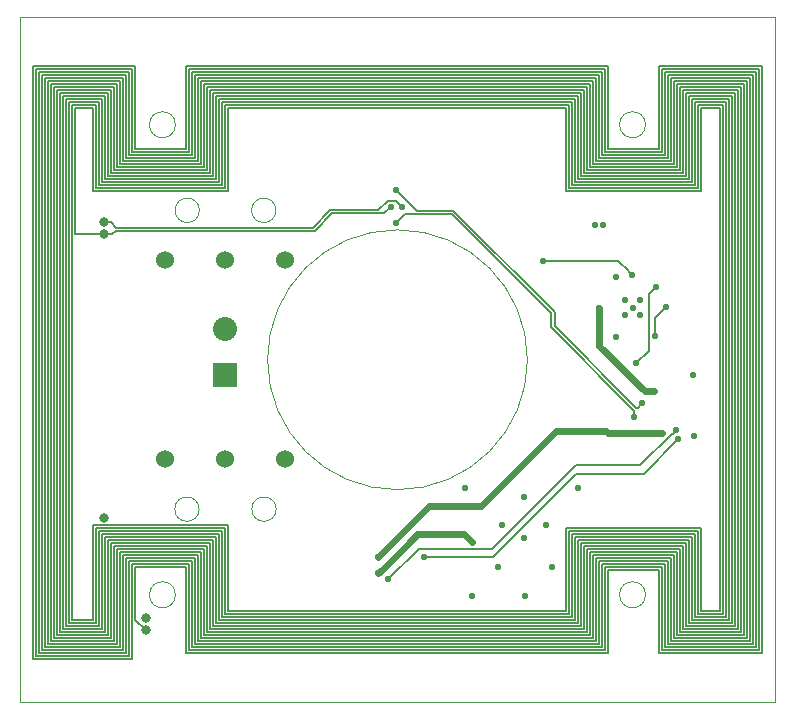
<source format=gbr>
%TF.GenerationSoftware,KiCad,Pcbnew,(5.1.4)-1*%
%TF.CreationDate,2019-10-25T20:54:23-07:00*%
%TF.ProjectId,solarpcd,736f6c61-7270-4636-942e-6b696361645f,rev?*%
%TF.SameCoordinates,Original*%
%TF.FileFunction,Copper,L5,Inr*%
%TF.FilePolarity,Positive*%
%FSLAX46Y46*%
G04 Gerber Fmt 4.6, Leading zero omitted, Abs format (unit mm)*
G04 Created by KiCad (PCBNEW (5.1.4)-1) date 2019-10-25 20:54:23*
%MOMM*%
%LPD*%
G04 APERTURE LIST*
%ADD10C,0.050000*%
%ADD11C,0.120000*%
%ADD12C,0.100000*%
%ADD13C,1.524000*%
%ADD14C,2.032000*%
%ADD15R,2.032000X2.032000*%
%ADD16C,0.584200*%
%ADD17C,0.800000*%
%ADD18C,0.609600*%
%ADD19C,0.152400*%
%ADD20C,0.127000*%
G04 APERTURE END LIST*
D10*
X156000000Y-99000000D02*
G75*
G03X156000000Y-99000000I-11000000J0D01*
G01*
X134727563Y-111650000D02*
G75*
G03X134727563Y-111650000I-1029563J0D01*
G01*
X128202563Y-111650000D02*
G75*
G03X128202563Y-111650000I-1029563J0D01*
G01*
X134704563Y-86350000D02*
G75*
G03X134704563Y-86350000I-1029563J0D01*
G01*
X128229563Y-86350000D02*
G75*
G03X128229563Y-86350000I-1029563J0D01*
G01*
X166000000Y-79100000D02*
G75*
G03X166000000Y-79100000I-1100000J0D01*
G01*
X126200000Y-79100000D02*
G75*
G03X126200000Y-79100000I-1100000J0D01*
G01*
X166000000Y-118900000D02*
G75*
G03X166000000Y-118900000I-1100000J0D01*
G01*
D11*
X126200000Y-118900000D02*
G75*
G03X126200000Y-118900000I-1100000J0D01*
G01*
D12*
X177000000Y-70000000D02*
X113000000Y-70000000D01*
X113000000Y-128000000D02*
X177000000Y-128000000D01*
X177000000Y-128000000D02*
X177000000Y-70000000D01*
X113000000Y-70000000D02*
X113000000Y-128000000D01*
D13*
X135509000Y-107442000D03*
X130429000Y-107442000D03*
X125349000Y-107442000D03*
X125349000Y-90551000D03*
X130429000Y-90551000D03*
X135509000Y-90551000D03*
D14*
X130429000Y-96398200D03*
D15*
X130429000Y-100253800D03*
D16*
X164934900Y-94604840D03*
X165541960Y-95211900D03*
X163512500Y-97091500D03*
X164272744Y-95204260D03*
X165517344Y-93934260D03*
X164272744Y-93934260D03*
X163507307Y-91983012D03*
X143383006Y-117094000D03*
X146018250Y-114458750D03*
X155796000Y-118966000D03*
X151296000Y-119038000D03*
X151296000Y-114466000D03*
X153543000Y-116586000D03*
X158115000Y-116586000D03*
X155702000Y-114109500D03*
X157543500Y-113030000D03*
X153860500Y-112966500D03*
X160274000Y-109855000D03*
X150749000Y-109855000D03*
X165227000Y-99314000D03*
X166878000Y-92837000D03*
X162623500Y-105029000D03*
X167376209Y-105218610D03*
X143383000Y-115697000D03*
X162088344Y-94594660D03*
X166751000Y-101663500D03*
X168592498Y-104965500D03*
X144208500Y-117601994D03*
X168783225Y-105728740D03*
X147256488Y-115697000D03*
X165735000Y-102679500D03*
X144907000Y-84645500D03*
X170116500Y-105473500D03*
X169989500Y-100266500D03*
X165036500Y-103886000D03*
X144907000Y-87439500D03*
D17*
X120142000Y-112395000D03*
X123698000Y-120904000D03*
X120142000Y-88392000D03*
X123698000Y-121920000D03*
X120142000Y-87376000D03*
D16*
X145415000Y-86042500D03*
X144462500Y-86042500D03*
X162369500Y-87566500D03*
X161734500Y-87566500D03*
X167767000Y-94551500D03*
X166814500Y-96964500D03*
X157353000Y-90614500D03*
X164882344Y-91825156D03*
X155702016Y-110617000D03*
D18*
X143383006Y-117094000D02*
X143675105Y-116801901D01*
X143675105Y-116801901D02*
X143675105Y-116801895D01*
X143675105Y-116801895D02*
X146018250Y-114458750D01*
X150622000Y-113792000D02*
X151296000Y-114466000D01*
X146018250Y-114458750D02*
X146685000Y-113792000D01*
X146685000Y-113792000D02*
X150622000Y-113792000D01*
D19*
X165227000Y-99314000D02*
X166306500Y-98234500D01*
X166306500Y-98234500D02*
X166306500Y-93408500D01*
X166306500Y-93408500D02*
X166878000Y-92837000D01*
D18*
X167375319Y-105219500D02*
X167376209Y-105218610D01*
X162623500Y-105029000D02*
X162814000Y-105219500D01*
X162814000Y-105219500D02*
X167375319Y-105219500D01*
X158432500Y-105029000D02*
X162210409Y-105029000D01*
X162210409Y-105029000D02*
X162623500Y-105029000D01*
X152068111Y-111393389D02*
X158432500Y-105029000D01*
X143383000Y-115697000D02*
X147686611Y-111393389D01*
X147686611Y-111393389D02*
X152068111Y-111393389D01*
X162088344Y-94594660D02*
X162088344Y-97826344D01*
X165925500Y-101663500D02*
X166337909Y-101663500D01*
X162088344Y-97826344D02*
X165925500Y-101663500D01*
X166337909Y-101663500D02*
X166751000Y-101663500D01*
D19*
X146812000Y-114998500D02*
X146812000Y-114998494D01*
X168300399Y-105257599D02*
X168236901Y-105257599D01*
X146812000Y-114998494D02*
X144208500Y-117601994D01*
X168592498Y-104965500D02*
X168300399Y-105257599D01*
X168236901Y-105257599D02*
X165544500Y-107950000D01*
X165544500Y-107950000D02*
X160083500Y-107950000D01*
X160083500Y-107950000D02*
X153035000Y-114998500D01*
X153035000Y-114998500D02*
X146812000Y-114998500D01*
X147669579Y-115697000D02*
X147256488Y-115697000D01*
X153098500Y-115697000D02*
X147669579Y-115697000D01*
X160147000Y-108648500D02*
X153098500Y-115697000D01*
X168783225Y-105728740D02*
X165863465Y-108648500D01*
X165863465Y-108648500D02*
X160147000Y-108648500D01*
D20*
X158305500Y-96139000D02*
X165227000Y-103060500D01*
X165227000Y-103060500D02*
X165354000Y-103060500D01*
X158305500Y-94996000D02*
X158305500Y-96139000D01*
X165354000Y-103060500D02*
X165735000Y-102679500D01*
X149701250Y-86391750D02*
X158305500Y-94996000D01*
X146653250Y-86391750D02*
X149701250Y-86391750D01*
X144907000Y-84645500D02*
X146653250Y-86391750D01*
X144907000Y-87439500D02*
X145669000Y-86677500D01*
X157988000Y-95059500D02*
X157988000Y-96266000D01*
X157988000Y-96266000D02*
X165036500Y-103314500D01*
X165036500Y-103314500D02*
X165036500Y-103886000D01*
X149606000Y-86677500D02*
X157988000Y-95059500D01*
X145669000Y-86677500D02*
X149606000Y-86677500D01*
X130683000Y-77724000D02*
X130683000Y-84709000D01*
X170688000Y-84709000D02*
X159258000Y-84709000D01*
X172339000Y-120269000D02*
X172339000Y-77724000D01*
X170688000Y-120269000D02*
X172339000Y-120269000D01*
X170688000Y-113284000D02*
X170688000Y-120269000D01*
X159258000Y-113284000D02*
X170688000Y-113284000D01*
X159258000Y-120269000D02*
X159258000Y-113284000D01*
X130683000Y-120269000D02*
X159258000Y-120269000D01*
X130683000Y-113030000D02*
X130683000Y-120269000D01*
X119253000Y-121031000D02*
X119253000Y-113030000D01*
X117475000Y-121031000D02*
X119253000Y-121031000D01*
X117475000Y-77470000D02*
X117475000Y-121031000D01*
X119507000Y-77470000D02*
X117475000Y-77470000D01*
X130429000Y-84455000D02*
X119507000Y-84455000D01*
X159512000Y-77470000D02*
X130429000Y-77470000D01*
X172339000Y-77724000D02*
X170688000Y-77724000D01*
X159512000Y-84455000D02*
X159512000Y-77470000D01*
X170434000Y-84455000D02*
X159512000Y-84455000D01*
X172593000Y-77470000D02*
X170434000Y-77470000D01*
X170434000Y-120523000D02*
X172593000Y-120523000D01*
X159512000Y-113538000D02*
X170434000Y-113538000D01*
X130429000Y-113284000D02*
X130429000Y-120523000D01*
X119507000Y-121285000D02*
X119507000Y-113284000D01*
X117221000Y-121285000D02*
X119507000Y-121285000D01*
X119761000Y-77216000D02*
X117221000Y-77216000D01*
X130175000Y-84201000D02*
X119761000Y-84201000D01*
X170180000Y-84201000D02*
X159766000Y-84201000D01*
X172847000Y-77216000D02*
X170180000Y-77216000D01*
X170180000Y-120777000D02*
X172847000Y-120777000D01*
X119253000Y-113030000D02*
X130683000Y-113030000D01*
X170180000Y-113792000D02*
X170180000Y-120777000D01*
X159766000Y-113792000D02*
X170180000Y-113792000D01*
X159766000Y-120777000D02*
X159766000Y-113792000D01*
X130175000Y-113538000D02*
X130175000Y-120777000D01*
X117729000Y-88392000D02*
X120142000Y-88392000D01*
X119761000Y-113538000D02*
X130175000Y-113538000D01*
X116967000Y-121539000D02*
X119761000Y-121539000D01*
X116967000Y-76962000D02*
X116967000Y-121539000D01*
X120015000Y-83947000D02*
X120015000Y-76962000D01*
X129921000Y-83947000D02*
X120015000Y-83947000D01*
X129921000Y-76962000D02*
X129921000Y-83947000D01*
X169926000Y-76962000D02*
X169926000Y-83947000D01*
X173101000Y-76962000D02*
X169926000Y-76962000D01*
X173101000Y-121031000D02*
X173101000Y-76962000D01*
X169926000Y-121031000D02*
X173101000Y-121031000D01*
X160020000Y-121031000D02*
X160020000Y-114046000D01*
X129921000Y-113792000D02*
X129921000Y-121031000D01*
X159766000Y-77216000D02*
X130175000Y-77216000D01*
X120015000Y-113792000D02*
X129921000Y-113792000D01*
X120015000Y-121793000D02*
X120015000Y-113792000D01*
X116713000Y-121793000D02*
X120015000Y-121793000D01*
X116713000Y-76708000D02*
X116713000Y-121793000D01*
X120269000Y-83693000D02*
X120269000Y-76708000D01*
X160274000Y-83693000D02*
X160274000Y-76708000D01*
X169672000Y-76708000D02*
X169672000Y-83693000D01*
X173355000Y-76708000D02*
X169672000Y-76708000D01*
X119761000Y-121539000D02*
X119761000Y-113538000D01*
X173355000Y-121285000D02*
X173355000Y-76708000D01*
X169672000Y-121285000D02*
X173355000Y-121285000D01*
X160274000Y-114300000D02*
X169672000Y-114300000D01*
X129667000Y-114046000D02*
X129667000Y-121285000D01*
X116459000Y-76454000D02*
X116459000Y-122047000D01*
X120523000Y-76454000D02*
X116459000Y-76454000D01*
X120523000Y-83439000D02*
X120523000Y-76454000D01*
X129413000Y-121539000D02*
X160528000Y-121539000D01*
X129159000Y-114554000D02*
X129159000Y-121793000D01*
X129413000Y-83439000D02*
X120523000Y-83439000D01*
X167132000Y-81153000D02*
X162814000Y-81153000D01*
X169418000Y-121539000D02*
X173609000Y-121539000D01*
X160528000Y-121539000D02*
X160528000Y-114554000D01*
X120523000Y-114300000D02*
X129413000Y-114300000D01*
X116205000Y-122301000D02*
X120523000Y-122301000D01*
X128143000Y-122809000D02*
X161798000Y-122809000D01*
X160528000Y-114554000D02*
X169418000Y-114554000D01*
X173609000Y-121539000D02*
X173609000Y-76454000D01*
X120777000Y-76200000D02*
X116205000Y-76200000D01*
X129667000Y-121285000D02*
X160274000Y-121285000D01*
X120777000Y-83185000D02*
X120777000Y-76200000D01*
X175895000Y-123825000D02*
X175895000Y-74168000D01*
X169164000Y-83185000D02*
X160782000Y-83185000D01*
X121793000Y-115570000D02*
X128143000Y-115570000D01*
X173863000Y-76200000D02*
X169164000Y-76200000D01*
X128397000Y-122555000D02*
X161544000Y-122555000D01*
X173863000Y-121793000D02*
X173863000Y-76200000D01*
X120269000Y-122047000D02*
X120269000Y-114046000D01*
X174371000Y-75692000D02*
X168656000Y-75692000D01*
X121031000Y-122809000D02*
X121031000Y-114808000D01*
X169164000Y-121793000D02*
X173863000Y-121793000D01*
X161798000Y-75184000D02*
X128143000Y-75184000D01*
X162560000Y-123571000D02*
X162560000Y-116586000D01*
X160782000Y-114808000D02*
X169164000Y-114808000D01*
X174117000Y-122047000D02*
X174117000Y-75946000D01*
X120777000Y-114554000D02*
X129159000Y-114554000D01*
X120777000Y-122555000D02*
X120777000Y-114554000D01*
X119761000Y-84201000D02*
X119761000Y-77216000D01*
X115951000Y-122555000D02*
X120777000Y-122555000D01*
X161036000Y-115062000D02*
X168910000Y-115062000D01*
X115951000Y-75946000D02*
X115951000Y-122555000D01*
X114681000Y-74676000D02*
X114681000Y-123825000D01*
X121031000Y-75946000D02*
X115951000Y-75946000D01*
X121031000Y-82931000D02*
X121031000Y-75946000D01*
X170434000Y-77470000D02*
X170434000Y-84455000D01*
X162052000Y-74930000D02*
X127889000Y-74930000D01*
X162306000Y-81661000D02*
X162306000Y-74676000D01*
X115697000Y-75692000D02*
X115697000Y-122809000D01*
X161036000Y-82931000D02*
X161036000Y-75946000D01*
X169418000Y-83439000D02*
X160528000Y-83439000D01*
X168910000Y-82931000D02*
X161036000Y-82931000D01*
X120269000Y-114046000D02*
X129667000Y-114046000D01*
X173609000Y-76454000D02*
X169418000Y-76454000D01*
X168910000Y-122047000D02*
X174117000Y-122047000D01*
X115697000Y-122809000D02*
X121031000Y-122809000D01*
X128905000Y-114808000D02*
X128905000Y-122047000D01*
X121285000Y-82677000D02*
X121285000Y-75692000D01*
X129921000Y-121031000D02*
X160020000Y-121031000D01*
X128905000Y-82931000D02*
X121031000Y-82931000D01*
X128651000Y-82677000D02*
X121285000Y-82677000D01*
X167640000Y-123317000D02*
X175387000Y-123317000D01*
X128651000Y-75692000D02*
X128651000Y-82677000D01*
X160020000Y-83947000D02*
X160020000Y-76962000D01*
X161290000Y-82677000D02*
X161290000Y-75692000D01*
X174371000Y-122301000D02*
X174371000Y-75692000D01*
X174625000Y-75438000D02*
X168402000Y-75438000D01*
X168656000Y-122301000D02*
X174371000Y-122301000D01*
X161290000Y-115316000D02*
X168656000Y-115316000D01*
X168148000Y-122809000D02*
X174879000Y-122809000D01*
X160782000Y-76200000D02*
X129159000Y-76200000D01*
X130175000Y-77216000D02*
X130175000Y-84201000D01*
X161290000Y-122301000D02*
X161290000Y-115316000D01*
X121285000Y-115062000D02*
X128651000Y-115062000D01*
X174117000Y-75946000D02*
X168910000Y-75946000D01*
X117221000Y-77216000D02*
X117221000Y-121285000D01*
X115443000Y-75438000D02*
X115443000Y-123063000D01*
X121539000Y-82423000D02*
X121539000Y-75438000D01*
X159766000Y-84201000D02*
X159766000Y-77216000D01*
X128397000Y-82423000D02*
X121539000Y-82423000D01*
X162306000Y-74676000D02*
X127635000Y-74676000D01*
X128397000Y-75438000D02*
X128397000Y-82423000D01*
X169926000Y-114046000D02*
X169926000Y-121031000D01*
X161544000Y-75438000D02*
X128397000Y-75438000D01*
X170180000Y-77216000D02*
X170180000Y-84201000D01*
X161544000Y-82423000D02*
X161544000Y-75438000D01*
X168402000Y-75438000D02*
X168402000Y-82423000D01*
X174625000Y-122555000D02*
X174625000Y-75438000D01*
X175641000Y-123571000D02*
X175641000Y-74422000D01*
X168402000Y-115570000D02*
X168402000Y-122555000D01*
X169672000Y-83693000D02*
X160274000Y-83693000D01*
X128397000Y-115316000D02*
X128397000Y-122555000D01*
X121539000Y-115316000D02*
X128397000Y-115316000D01*
X160782000Y-121793000D02*
X160782000Y-114808000D01*
X130175000Y-120777000D02*
X159766000Y-120777000D01*
X121539000Y-123317000D02*
X121539000Y-115316000D01*
X160020000Y-76962000D02*
X129921000Y-76962000D01*
X161544000Y-115570000D02*
X168402000Y-115570000D01*
X128905000Y-122047000D02*
X161036000Y-122047000D01*
X175387000Y-123317000D02*
X175387000Y-74676000D01*
X115189000Y-123317000D02*
X121539000Y-123317000D01*
X168910000Y-75946000D02*
X168910000Y-82931000D01*
X115189000Y-75184000D02*
X115189000Y-123317000D01*
X160274000Y-76708000D02*
X129667000Y-76708000D01*
X121793000Y-75184000D02*
X115189000Y-75184000D01*
X169164000Y-76200000D02*
X169164000Y-83185000D01*
X122809000Y-81153000D02*
X122809000Y-74168000D01*
X120015000Y-76962000D02*
X116967000Y-76962000D01*
X128143000Y-75184000D02*
X128143000Y-82169000D01*
X122809000Y-74168000D02*
X114173000Y-74168000D01*
X161798000Y-82169000D02*
X161798000Y-75184000D01*
X174879000Y-75184000D02*
X168148000Y-75184000D01*
X121031000Y-114808000D02*
X128905000Y-114808000D01*
X169418000Y-76454000D02*
X169418000Y-83439000D01*
X161798000Y-122809000D02*
X161798000Y-115824000D01*
X162052000Y-81915000D02*
X162052000Y-74930000D01*
X162306000Y-116332000D02*
X167640000Y-116332000D01*
X121793000Y-123571000D02*
X121793000Y-115570000D01*
X170688000Y-77724000D02*
X170688000Y-84709000D01*
X174879000Y-122809000D02*
X174879000Y-75184000D01*
X167894000Y-74930000D02*
X167894000Y-81915000D01*
X114681000Y-123825000D02*
X122047000Y-123825000D01*
X175133000Y-74930000D02*
X167894000Y-74930000D01*
X167894000Y-116078000D02*
X167894000Y-123063000D01*
X122809000Y-116586000D02*
X127127000Y-116586000D01*
X162052000Y-116078000D02*
X167894000Y-116078000D01*
X162052000Y-123063000D02*
X162052000Y-116078000D01*
X119507000Y-113284000D02*
X130429000Y-113284000D01*
X127889000Y-123063000D02*
X162052000Y-123063000D01*
X114935000Y-74930000D02*
X114935000Y-123571000D01*
X122047000Y-115824000D02*
X127889000Y-115824000D01*
X122047000Y-123825000D02*
X122047000Y-115824000D01*
X168148000Y-75184000D02*
X168148000Y-82169000D01*
X122301000Y-74676000D02*
X114681000Y-74676000D01*
X122301000Y-81661000D02*
X122301000Y-74676000D01*
X175641000Y-74422000D02*
X167386000Y-74422000D01*
X129159000Y-83185000D02*
X120777000Y-83185000D01*
X162306000Y-123317000D02*
X162306000Y-116332000D01*
X127635000Y-81661000D02*
X122301000Y-81661000D01*
X130429000Y-120523000D02*
X159512000Y-120523000D01*
X127635000Y-74676000D02*
X127635000Y-81661000D01*
X121793000Y-82169000D02*
X121793000Y-75184000D01*
X127635000Y-116078000D02*
X127635000Y-123317000D01*
X172847000Y-120777000D02*
X172847000Y-77216000D01*
X122301000Y-124079000D02*
X122301000Y-116078000D01*
X175387000Y-74676000D02*
X167640000Y-74676000D01*
X161036000Y-122047000D02*
X161036000Y-115062000D01*
X167640000Y-116332000D02*
X167640000Y-123317000D01*
X169418000Y-114554000D02*
X169418000Y-121539000D01*
X167386000Y-116586000D02*
X167386000Y-123571000D01*
X114427000Y-124079000D02*
X122301000Y-124079000D01*
X130683000Y-84709000D02*
X119253000Y-84709000D01*
X128651000Y-115062000D02*
X128651000Y-122301000D01*
X122555000Y-81407000D02*
X122555000Y-74422000D01*
X160528000Y-83439000D02*
X160528000Y-76454000D01*
X127381000Y-81407000D02*
X122555000Y-81407000D01*
X168148000Y-115824000D02*
X168148000Y-122809000D01*
X168656000Y-115316000D02*
X168656000Y-122301000D01*
X127889000Y-115824000D02*
X127889000Y-123063000D01*
X162560000Y-81407000D02*
X162560000Y-74422000D01*
X162560000Y-74422000D02*
X127381000Y-74422000D01*
X167132000Y-123825000D02*
X175895000Y-123825000D01*
X121285000Y-123063000D02*
X121285000Y-115062000D01*
X160274000Y-121285000D02*
X160274000Y-114300000D01*
X116459000Y-122047000D02*
X120269000Y-122047000D01*
X161798000Y-115824000D02*
X168148000Y-115824000D01*
X168656000Y-82677000D02*
X161290000Y-82677000D01*
X167386000Y-81407000D02*
X162560000Y-81407000D01*
X159512000Y-120523000D02*
X159512000Y-113538000D01*
X122047000Y-81915000D02*
X122047000Y-74930000D01*
X167386000Y-74422000D02*
X167386000Y-81407000D01*
X161290000Y-75692000D02*
X128651000Y-75692000D01*
X162814000Y-116840000D02*
X167132000Y-116840000D01*
X162560000Y-116586000D02*
X167386000Y-116586000D01*
X120269000Y-76708000D02*
X116713000Y-76708000D01*
X167132000Y-74168000D02*
X167132000Y-81153000D01*
X127127000Y-74168000D02*
X127127000Y-81153000D01*
X161036000Y-75946000D02*
X128905000Y-75946000D01*
X127381000Y-123571000D02*
X162560000Y-123571000D01*
X168402000Y-82423000D02*
X161544000Y-82423000D01*
X167640000Y-74676000D02*
X167640000Y-81661000D01*
X170434000Y-113538000D02*
X170434000Y-120523000D01*
X127381000Y-116332000D02*
X127381000Y-123571000D01*
X123698000Y-121920000D02*
X122809000Y-121031000D01*
X122555000Y-116332000D02*
X127381000Y-116332000D01*
X121285000Y-75692000D02*
X115697000Y-75692000D01*
X119253000Y-84709000D02*
X119253000Y-77724000D01*
X114173000Y-74168000D02*
X114173000Y-124333000D01*
X129413000Y-76454000D02*
X129413000Y-83439000D01*
X122047000Y-74930000D02*
X114935000Y-74930000D01*
X129667000Y-83693000D02*
X120269000Y-83693000D01*
X167894000Y-123063000D02*
X175133000Y-123063000D01*
X122809000Y-121031000D02*
X122809000Y-116586000D01*
X116205000Y-76200000D02*
X116205000Y-122301000D01*
X160782000Y-83185000D02*
X160782000Y-76200000D01*
X175895000Y-74168000D02*
X167132000Y-74168000D01*
X114935000Y-123571000D02*
X121793000Y-123571000D01*
X128905000Y-75946000D02*
X128905000Y-82931000D01*
X160020000Y-114046000D02*
X169926000Y-114046000D01*
X128143000Y-82169000D02*
X121793000Y-82169000D01*
X127127000Y-81153000D02*
X122809000Y-81153000D01*
X119507000Y-84455000D02*
X119507000Y-77470000D01*
X121539000Y-75438000D02*
X115443000Y-75438000D01*
X130429000Y-77470000D02*
X130429000Y-84455000D01*
X122301000Y-116078000D02*
X127635000Y-116078000D01*
X127127000Y-123825000D02*
X162814000Y-123825000D01*
X168910000Y-115062000D02*
X168910000Y-122047000D01*
X162814000Y-74168000D02*
X127127000Y-74168000D01*
X167894000Y-81915000D02*
X162052000Y-81915000D01*
X115443000Y-123063000D02*
X121285000Y-123063000D01*
X167132000Y-116840000D02*
X167132000Y-123825000D01*
X127127000Y-116586000D02*
X127127000Y-123825000D01*
X169164000Y-114808000D02*
X169164000Y-121793000D01*
X114427000Y-74422000D02*
X114427000Y-124079000D01*
X117729000Y-77724000D02*
X117729000Y-88392000D01*
X122555000Y-124333000D02*
X122555000Y-116332000D01*
X129159000Y-121793000D02*
X160782000Y-121793000D01*
X128143000Y-115570000D02*
X128143000Y-122809000D01*
X169926000Y-83947000D02*
X160020000Y-83947000D01*
X167386000Y-123571000D02*
X175641000Y-123571000D01*
X128651000Y-122301000D02*
X161290000Y-122301000D01*
X168148000Y-82169000D02*
X161798000Y-82169000D01*
X120523000Y-122301000D02*
X120523000Y-114300000D01*
X162814000Y-81153000D02*
X162814000Y-74168000D01*
X127635000Y-123317000D02*
X162306000Y-123317000D01*
X167640000Y-81661000D02*
X162306000Y-81661000D01*
X160528000Y-76454000D02*
X129413000Y-76454000D01*
X162814000Y-123825000D02*
X162814000Y-116840000D01*
X161544000Y-122555000D02*
X161544000Y-115570000D01*
X127889000Y-74930000D02*
X127889000Y-81915000D01*
X129413000Y-114300000D02*
X129413000Y-121539000D01*
X172593000Y-120523000D02*
X172593000Y-77470000D01*
X168656000Y-75692000D02*
X168656000Y-82677000D01*
X159258000Y-77724000D02*
X130683000Y-77724000D01*
X168402000Y-122555000D02*
X174625000Y-122555000D01*
X129667000Y-76708000D02*
X129667000Y-83693000D01*
X114173000Y-124333000D02*
X122555000Y-124333000D01*
X129159000Y-76200000D02*
X129159000Y-83185000D01*
X119253000Y-77724000D02*
X117729000Y-77724000D01*
X175133000Y-123063000D02*
X175133000Y-74930000D01*
X169672000Y-114300000D02*
X169672000Y-121285000D01*
X127381000Y-74422000D02*
X127381000Y-81407000D01*
X127889000Y-81915000D02*
X122047000Y-81915000D01*
X159258000Y-84709000D02*
X159258000Y-77724000D01*
X122555000Y-74422000D02*
X114427000Y-74422000D01*
X144907000Y-85534500D02*
X145415000Y-86042500D01*
X144208500Y-85534500D02*
X144907000Y-85534500D01*
X120707685Y-87376000D02*
X121152185Y-87820500D01*
X120142000Y-87376000D02*
X120707685Y-87376000D01*
X121152185Y-87820500D02*
X137858500Y-87820500D01*
X137858500Y-87820500D02*
X139319000Y-86360000D01*
X139319000Y-86360000D02*
X143383000Y-86360000D01*
X143383000Y-86360000D02*
X144208500Y-85534500D01*
X143891000Y-86614000D02*
X144462500Y-86042500D01*
X139446000Y-86614000D02*
X143891000Y-86614000D01*
X137985500Y-88074500D02*
X139446000Y-86614000D01*
X121158000Y-88074500D02*
X137985500Y-88074500D01*
X120142000Y-88392000D02*
X120840500Y-88392000D01*
X120840500Y-88392000D02*
X121158000Y-88074500D01*
D19*
X166814500Y-95504000D02*
X167767000Y-94551500D01*
X166814500Y-96964500D02*
X166814500Y-95504000D01*
X164882344Y-91825156D02*
X164590245Y-91533057D01*
X164590245Y-91501745D02*
X163703000Y-90614500D01*
X164590245Y-91533057D02*
X164590245Y-91501745D01*
X163703000Y-90614500D02*
X157353000Y-90614500D01*
M02*

</source>
